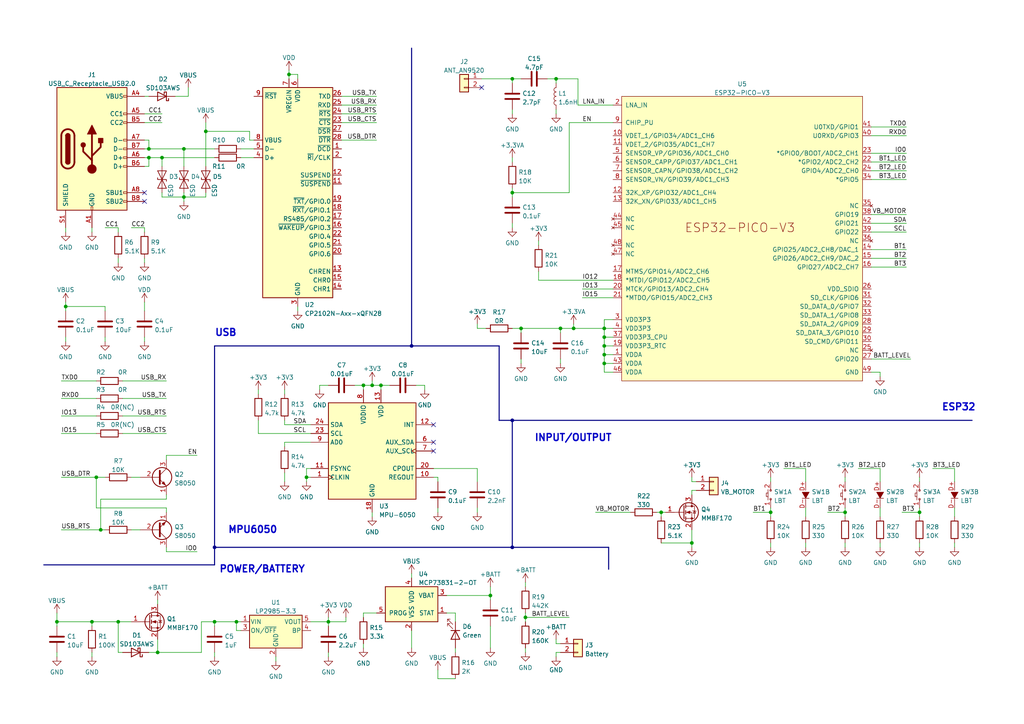
<source format=kicad_sch>
(kicad_sch (version 20211123) (generator eeschema)
  (paper "A4")
  (junction (at 142.24 172.72))
  (junction (at 152.4 179.07))
  (junction (at 191.77 148.59))
  (junction (at 151.13 95.25))
  (junction (at 88.9 138.43))
  (junction (at 175.26 100.33))
  (junction (at 162.56 95.25))
  (junction (at 245.11 148.59))
  (junction (at 45.72 189.23))
  (junction (at 26.67 180.34))
  (junction (at 105.41 111.76))
  (junction (at 46.99 45.72))
  (junction (at 175.26 97.79))
  (junction (at 43.18 45.72))
  (junction (at 62.23 180.34))
  (junction (at 95.25 180.34))
  (junction (at 16.51 180.34))
  (junction (at 148.59 121.92))
  (junction (at 175.26 95.25))
  (junction (at 175.26 102.87))
  (junction (at 53.34 43.18))
  (junction (at 175.26 105.41))
  (junction (at 68.58 180.34))
  (junction (at 148.59 22.86))
  (junction (at 59.69 38.1))
  (junction (at 161.29 22.86))
  (junction (at 166.37 95.25))
  (junction (at 83.82 21.59))
  (junction (at 110.49 111.76))
  (junction (at 107.95 111.76))
  (junction (at 148.59 55.88))
  (junction (at 27.94 138.43))
  (junction (at 34.29 180.34))
  (junction (at 119.38 100.33))
  (junction (at 29.21 153.67))
  (junction (at 43.18 43.18))
  (junction (at 200.66 157.48))
  (junction (at 53.34 57.15))
  (junction (at 266.7 148.59))
  (junction (at 19.05 88.9))
  (junction (at 223.52 148.59))
  (junction (at 62.23 158.75))
  (junction (at 148.59 158.75))
  (no_connect (at 41.91 55.88))
  (no_connect (at 139.7 25.4))
  (no_connect (at 125.73 123.19))
  (no_connect (at 125.73 128.27))
  (no_connect (at 125.73 130.81))
  (no_connect (at 41.91 58.42))
  (wire (pts (xy 45.72 189.23) (xy 45.72 185.42)))
  (wire (pts (xy 175.26 92.71) (xy 175.26 95.25)))
  (wire (pts (xy 161.29 31.75) (xy 161.29 33.02)))
  (wire (pts (xy 90.17 180.34) (xy 95.25 180.34)))
  (wire (pts (xy 53.34 57.15) (xy 53.34 58.42)))
  (wire (pts (xy 223.52 148.59) (xy 223.52 147.32)))
  (wire (pts (xy 223.52 138.43) (xy 223.52 139.7)))
  (wire (pts (xy 46.99 55.88) (xy 46.99 57.15)))
  (wire (pts (xy 162.56 95.25) (xy 166.37 95.25)))
  (wire (pts (xy 138.43 135.89) (xy 138.43 139.7)))
  (wire (pts (xy 26.67 180.34) (xy 34.29 180.34)))
  (bus (pts (xy 12.7 163.83) (xy 62.23 163.83)))
  (wire (pts (xy 123.19 111.76) (xy 123.19 113.03)))
  (wire (pts (xy 218.44 148.59) (xy 223.52 148.59)))
  (wire (pts (xy 48.26 147.32) (xy 27.94 147.32)))
  (wire (pts (xy 105.41 179.07) (xy 105.41 177.8)))
  (wire (pts (xy 82.55 128.27) (xy 90.17 128.27)))
  (wire (pts (xy 252.73 72.39) (xy 262.89 72.39)))
  (wire (pts (xy 276.86 157.48) (xy 276.86 158.75)))
  (wire (pts (xy 266.7 148.59) (xy 266.7 149.86)))
  (wire (pts (xy 48.26 144.78) (xy 29.21 144.78)))
  (wire (pts (xy 74.93 125.73) (xy 90.17 125.73)))
  (wire (pts (xy 59.69 35.56) (xy 59.69 38.1)))
  (wire (pts (xy 139.7 22.86) (xy 148.59 22.86)))
  (wire (pts (xy 26.67 189.23) (xy 26.67 190.5)))
  (wire (pts (xy 252.73 67.31) (xy 262.89 67.31)))
  (wire (pts (xy 245.11 148.59) (xy 245.11 149.86)))
  (wire (pts (xy 53.34 43.18) (xy 53.34 48.26)))
  (wire (pts (xy 54.61 25.4) (xy 54.61 27.94)))
  (wire (pts (xy 82.55 129.54) (xy 82.55 128.27)))
  (wire (pts (xy 191.77 148.59) (xy 193.04 148.59)))
  (bus (pts (xy 144.78 121.92) (xy 148.59 121.92)))
  (wire (pts (xy 120.65 111.76) (xy 123.19 111.76)))
  (wire (pts (xy 162.56 104.14) (xy 162.56 105.41)))
  (wire (pts (xy 95.25 180.34) (xy 95.25 181.61)))
  (wire (pts (xy 233.68 147.32) (xy 233.68 149.86)))
  (wire (pts (xy 252.73 64.77) (xy 262.89 64.77)))
  (wire (pts (xy 17.78 153.67) (xy 29.21 153.67)))
  (wire (pts (xy 107.95 110.49) (xy 107.95 111.76)))
  (wire (pts (xy 46.99 57.15) (xy 53.34 57.15)))
  (wire (pts (xy 99.06 27.94) (xy 109.22 27.94)))
  (wire (pts (xy 53.34 43.18) (xy 62.23 43.18)))
  (wire (pts (xy 148.59 54.61) (xy 148.59 55.88)))
  (wire (pts (xy 41.91 74.93) (xy 41.91 76.2)))
  (wire (pts (xy 72.39 38.1) (xy 59.69 38.1)))
  (wire (pts (xy 35.56 125.73) (xy 48.26 125.73)))
  (wire (pts (xy 19.05 66.04) (xy 19.05 67.31)))
  (wire (pts (xy 240.03 148.59) (xy 245.11 148.59)))
  (wire (pts (xy 148.59 95.25) (xy 151.13 95.25)))
  (wire (pts (xy 190.5 148.59) (xy 191.77 148.59)))
  (wire (pts (xy 53.34 55.88) (xy 53.34 57.15)))
  (wire (pts (xy 26.67 180.34) (xy 26.67 181.61)))
  (wire (pts (xy 119.38 182.88) (xy 119.38 187.96)))
  (wire (pts (xy 252.73 49.53) (xy 262.89 49.53)))
  (wire (pts (xy 152.4 168.91) (xy 152.4 170.18)))
  (wire (pts (xy 252.73 107.95) (xy 255.27 107.95)))
  (wire (pts (xy 19.05 88.9) (xy 30.48 88.9)))
  (wire (pts (xy 30.48 90.17) (xy 30.48 88.9)))
  (wire (pts (xy 45.72 173.99) (xy 45.72 175.26)))
  (wire (pts (xy 177.8 92.71) (xy 175.26 92.71)))
  (wire (pts (xy 16.51 189.23) (xy 16.51 190.5)))
  (wire (pts (xy 245.11 157.48) (xy 245.11 158.75)))
  (wire (pts (xy 266.7 157.48) (xy 266.7 158.75)))
  (wire (pts (xy 105.41 111.76) (xy 107.95 111.76)))
  (wire (pts (xy 82.55 123.19) (xy 90.17 123.19)))
  (wire (pts (xy 167.64 30.48) (xy 167.64 22.86)))
  (wire (pts (xy 16.51 181.61) (xy 16.51 180.34)))
  (wire (pts (xy 166.37 95.25) (xy 175.26 95.25)))
  (wire (pts (xy 19.05 97.79) (xy 19.05 99.06)))
  (wire (pts (xy 132.08 187.96) (xy 132.08 189.23)))
  (wire (pts (xy 105.41 111.76) (xy 105.41 113.03)))
  (wire (pts (xy 105.41 177.8) (xy 109.22 177.8)))
  (wire (pts (xy 30.48 97.79) (xy 30.48 99.06)))
  (wire (pts (xy 68.58 182.88) (xy 68.58 180.34)))
  (wire (pts (xy 158.75 22.86) (xy 161.29 22.86)))
  (wire (pts (xy 245.11 148.59) (xy 245.11 147.32)))
  (wire (pts (xy 35.56 189.23) (xy 34.29 189.23)))
  (wire (pts (xy 34.29 66.04) (xy 34.29 67.31)))
  (wire (pts (xy 107.95 148.59) (xy 107.95 149.86)))
  (wire (pts (xy 59.69 57.15) (xy 59.69 55.88)))
  (wire (pts (xy 175.26 97.79) (xy 177.8 97.79)))
  (wire (pts (xy 162.56 95.25) (xy 151.13 95.25)))
  (wire (pts (xy 29.21 144.78) (xy 29.21 153.67)))
  (wire (pts (xy 107.95 111.76) (xy 110.49 111.76)))
  (wire (pts (xy 100.33 179.07) (xy 100.33 180.34)))
  (wire (pts (xy 200.66 157.48) (xy 200.66 158.75)))
  (wire (pts (xy 43.18 45.72) (xy 46.99 45.72)))
  (bus (pts (xy 176.53 158.75) (xy 176.53 165.1)))
  (wire (pts (xy 148.59 64.77) (xy 148.59 66.04)))
  (wire (pts (xy 252.73 74.93) (xy 262.89 74.93)))
  (wire (pts (xy 142.24 173.99) (xy 142.24 172.72)))
  (wire (pts (xy 166.37 93.98) (xy 166.37 95.25)))
  (wire (pts (xy 167.64 30.48) (xy 177.8 30.48)))
  (wire (pts (xy 74.93 121.92) (xy 74.93 125.73)))
  (wire (pts (xy 41.91 43.18) (xy 43.18 43.18)))
  (wire (pts (xy 88.9 139.7) (xy 88.9 138.43)))
  (wire (pts (xy 119.38 166.37) (xy 119.38 167.64)))
  (wire (pts (xy 200.66 157.48) (xy 200.66 153.67)))
  (wire (pts (xy 127 196.85) (xy 132.08 196.85)))
  (wire (pts (xy 27.94 138.43) (xy 30.48 138.43)))
  (wire (pts (xy 35.56 110.49) (xy 48.26 110.49)))
  (wire (pts (xy 161.29 190.5) (xy 161.29 189.23)))
  (wire (pts (xy 41.91 35.56) (xy 46.99 35.56)))
  (wire (pts (xy 175.26 95.25) (xy 175.26 97.79)))
  (wire (pts (xy 74.93 113.03) (xy 74.93 114.3)))
  (wire (pts (xy 99.06 30.48) (xy 109.22 30.48)))
  (wire (pts (xy 95.25 189.23) (xy 95.25 190.5)))
  (wire (pts (xy 62.23 180.34) (xy 62.23 181.61)))
  (wire (pts (xy 142.24 181.61) (xy 142.24 187.96)))
  (wire (pts (xy 148.59 31.75) (xy 148.59 33.02)))
  (wire (pts (xy 266.7 148.59) (xy 266.7 147.32)))
  (wire (pts (xy 177.8 35.56) (xy 165.1 35.56)))
  (wire (pts (xy 54.61 27.94) (xy 50.8 27.94)))
  (wire (pts (xy 41.91 45.72) (xy 43.18 45.72)))
  (wire (pts (xy 138.43 147.32) (xy 138.43 148.59)))
  (wire (pts (xy 276.86 135.89) (xy 276.86 139.7)))
  (wire (pts (xy 252.73 52.07) (xy 262.89 52.07)))
  (wire (pts (xy 252.73 39.37) (xy 262.89 39.37)))
  (wire (pts (xy 156.21 69.85) (xy 156.21 71.12)))
  (wire (pts (xy 165.1 55.88) (xy 148.59 55.88)))
  (wire (pts (xy 276.86 147.32) (xy 276.86 149.86)))
  (wire (pts (xy 16.51 177.8) (xy 16.51 180.34)))
  (wire (pts (xy 162.56 96.52) (xy 162.56 95.25)))
  (wire (pts (xy 83.82 20.32) (xy 83.82 21.59)))
  (wire (pts (xy 152.4 177.8) (xy 152.4 179.07)))
  (wire (pts (xy 17.78 110.49) (xy 27.94 110.49)))
  (wire (pts (xy 57.15 132.08) (xy 48.26 132.08)))
  (wire (pts (xy 43.18 48.26) (xy 43.18 45.72)))
  (wire (pts (xy 175.26 100.33) (xy 177.8 100.33)))
  (wire (pts (xy 152.4 179.07) (xy 165.1 179.07)))
  (wire (pts (xy 34.29 180.34) (xy 38.1 180.34)))
  (wire (pts (xy 252.73 77.47) (xy 262.89 77.47)))
  (wire (pts (xy 46.99 45.72) (xy 46.99 48.26)))
  (wire (pts (xy 86.36 88.9) (xy 86.36 90.17)))
  (wire (pts (xy 99.06 40.64) (xy 109.22 40.64)))
  (wire (pts (xy 88.9 138.43) (xy 90.17 138.43)))
  (wire (pts (xy 17.78 138.43) (xy 27.94 138.43)))
  (wire (pts (xy 191.77 148.59) (xy 191.77 149.86)))
  (wire (pts (xy 38.1 153.67) (xy 40.64 153.67)))
  (wire (pts (xy 152.4 179.07) (xy 152.4 180.34)))
  (wire (pts (xy 45.72 189.23) (xy 58.42 189.23)))
  (wire (pts (xy 266.7 138.43) (xy 266.7 139.7)))
  (wire (pts (xy 129.54 172.72) (xy 142.24 172.72)))
  (wire (pts (xy 62.23 180.34) (xy 68.58 180.34)))
  (bus (pts (xy 62.23 100.33) (xy 119.38 100.33)))
  (wire (pts (xy 200.66 143.51) (xy 200.66 142.24)))
  (wire (pts (xy 43.18 40.64) (xy 43.18 43.18)))
  (wire (pts (xy 252.73 46.99) (xy 262.89 46.99)))
  (bus (pts (xy 62.23 158.75) (xy 148.59 158.75)))
  (wire (pts (xy 125.73 135.89) (xy 138.43 135.89)))
  (wire (pts (xy 255.27 147.32) (xy 255.27 149.86)))
  (bus (pts (xy 148.59 158.75) (xy 176.53 158.75)))
  (wire (pts (xy 165.1 35.56) (xy 165.1 55.88)))
  (wire (pts (xy 83.82 21.59) (xy 83.82 22.86)))
  (wire (pts (xy 156.21 81.28) (xy 156.21 78.74)))
  (wire (pts (xy 17.78 120.65) (xy 27.94 120.65)))
  (wire (pts (xy 255.27 157.48) (xy 255.27 158.75)))
  (wire (pts (xy 35.56 120.65) (xy 48.26 120.65)))
  (wire (pts (xy 252.73 36.83) (xy 262.89 36.83)))
  (wire (pts (xy 168.91 83.82) (xy 177.8 83.82)))
  (wire (pts (xy 175.26 105.41) (xy 175.26 107.95)))
  (wire (pts (xy 110.49 111.76) (xy 110.49 113.03)))
  (wire (pts (xy 152.4 187.96) (xy 152.4 189.23)))
  (wire (pts (xy 17.78 115.57) (xy 27.94 115.57)))
  (wire (pts (xy 69.85 182.88) (xy 68.58 182.88)))
  (wire (pts (xy 99.06 33.02) (xy 109.22 33.02)))
  (wire (pts (xy 88.9 135.89) (xy 90.17 135.89)))
  (wire (pts (xy 151.13 95.25) (xy 151.13 96.52)))
  (wire (pts (xy 100.33 180.34) (xy 95.25 180.34)))
  (wire (pts (xy 43.18 189.23) (xy 45.72 189.23)))
  (wire (pts (xy 95.25 179.07) (xy 95.25 180.34)))
  (wire (pts (xy 175.26 102.87) (xy 175.26 105.41)))
  (wire (pts (xy 161.29 185.42) (xy 161.29 186.69)))
  (wire (pts (xy 53.34 57.15) (xy 59.69 57.15)))
  (bus (pts (xy 119.38 100.33) (xy 144.78 100.33)))
  (wire (pts (xy 73.66 40.64) (xy 72.39 40.64)))
  (wire (pts (xy 92.71 111.76) (xy 95.25 111.76)))
  (wire (pts (xy 270.51 135.89) (xy 276.86 135.89)))
  (wire (pts (xy 252.73 62.23) (xy 262.89 62.23)))
  (wire (pts (xy 132.08 177.8) (xy 132.08 180.34)))
  (wire (pts (xy 255.27 135.89) (xy 255.27 139.7)))
  (wire (pts (xy 86.36 21.59) (xy 83.82 21.59)))
  (bus (pts (xy 62.23 158.75) (xy 62.23 100.33)))
  (wire (pts (xy 19.05 87.63) (xy 19.05 88.9)))
  (wire (pts (xy 72.39 40.64) (xy 72.39 38.1)))
  (wire (pts (xy 142.24 170.18) (xy 142.24 172.72)))
  (wire (pts (xy 127 147.32) (xy 127 148.59)))
  (wire (pts (xy 175.26 105.41) (xy 177.8 105.41)))
  (wire (pts (xy 17.78 125.73) (xy 27.94 125.73)))
  (wire (pts (xy 57.15 160.02) (xy 48.26 160.02)))
  (wire (pts (xy 233.68 157.48) (xy 233.68 158.75)))
  (wire (pts (xy 41.91 33.02) (xy 46.99 33.02)))
  (wire (pts (xy 161.29 186.69) (xy 162.56 186.69)))
  (wire (pts (xy 41.91 40.64) (xy 43.18 40.64)))
  (wire (pts (xy 38.1 138.43) (xy 40.64 138.43)))
  (wire (pts (xy 175.26 100.33) (xy 175.26 102.87)))
  (wire (pts (xy 88.9 138.43) (xy 88.9 135.89)))
  (wire (pts (xy 29.21 153.67) (xy 30.48 153.67)))
  (wire (pts (xy 148.59 55.88) (xy 148.59 57.15)))
  (wire (pts (xy 82.55 137.16) (xy 82.55 139.7)))
  (wire (pts (xy 48.26 132.08) (xy 48.26 133.35)))
  (wire (pts (xy 167.64 22.86) (xy 161.29 22.86)))
  (wire (pts (xy 26.67 66.04) (xy 26.67 67.31)))
  (wire (pts (xy 177.8 81.28) (xy 156.21 81.28)))
  (wire (pts (xy 191.77 157.48) (xy 200.66 157.48)))
  (wire (pts (xy 80.01 190.5) (xy 80.01 191.77)))
  (wire (pts (xy 68.58 180.34) (xy 69.85 180.34)))
  (wire (pts (xy 252.73 104.14) (xy 264.16 104.14)))
  (bus (pts (xy 148.59 121.92) (xy 281.94 121.92)))
  (wire (pts (xy 175.26 97.79) (xy 175.26 100.33)))
  (wire (pts (xy 200.66 139.7) (xy 201.93 139.7)))
  (wire (pts (xy 59.69 38.1) (xy 59.69 48.26)))
  (wire (pts (xy 200.66 138.43) (xy 200.66 139.7)))
  (wire (pts (xy 82.55 113.03) (xy 82.55 114.3)))
  (wire (pts (xy 125.73 138.43) (xy 127 138.43)))
  (wire (pts (xy 34.29 74.93) (xy 34.29 76.2)))
  (wire (pts (xy 19.05 88.9) (xy 19.05 90.17)))
  (wire (pts (xy 138.43 95.25) (xy 140.97 95.25)))
  (wire (pts (xy 34.29 189.23) (xy 34.29 180.34)))
  (wire (pts (xy 168.91 86.36) (xy 177.8 86.36)))
  (bus (pts (xy 148.59 121.92) (xy 148.59 158.75)))
  (wire (pts (xy 69.85 45.72) (xy 73.66 45.72)))
  (bus (pts (xy 62.23 163.83) (xy 62.23 158.75)))
  (wire (pts (xy 151.13 104.14) (xy 151.13 105.41)))
  (wire (pts (xy 245.11 138.43) (xy 245.11 139.7)))
  (wire (pts (xy 48.26 160.02) (xy 48.26 158.75)))
  (wire (pts (xy 200.66 142.24) (xy 201.93 142.24)))
  (wire (pts (xy 41.91 97.79) (xy 41.91 99.06)))
  (wire (pts (xy 248.92 135.89) (xy 255.27 135.89)))
  (wire (pts (xy 86.36 22.86) (xy 86.36 21.59)))
  (wire (pts (xy 30.48 66.04) (xy 34.29 66.04)))
  (wire (pts (xy 175.26 95.25) (xy 177.8 95.25)))
  (wire (pts (xy 223.52 148.59) (xy 223.52 149.86)))
  (wire (pts (xy 261.62 148.59) (xy 266.7 148.59)))
  (wire (pts (xy 43.18 43.18) (xy 53.34 43.18)))
  (wire (pts (xy 16.51 180.34) (xy 26.67 180.34)))
  (wire (pts (xy 62.23 189.23) (xy 62.23 190.5)))
  (wire (pts (xy 92.71 113.03) (xy 92.71 111.76)))
  (wire (pts (xy 38.1 66.04) (xy 41.91 66.04)))
  (wire (pts (xy 58.42 180.34) (xy 62.23 180.34)))
  (wire (pts (xy 41.91 87.63) (xy 41.91 90.17)))
  (wire (pts (xy 110.49 111.76) (xy 113.03 111.76)))
  (bus (pts (xy 144.78 100.33) (xy 144.78 121.92)))
  (wire (pts (xy 175.26 102.87) (xy 177.8 102.87)))
  (wire (pts (xy 161.29 189.23) (xy 162.56 189.23)))
  (wire (pts (xy 41.91 48.26) (xy 43.18 48.26)))
  (wire (pts (xy 138.43 93.98) (xy 138.43 95.25)))
  (wire (pts (xy 127 138.43) (xy 127 139.7)))
  (wire (pts (xy 223.52 157.48) (xy 223.52 158.75)))
  (wire (pts (xy 227.33 135.89) (xy 233.68 135.89)))
  (wire (pts (xy 27.94 147.32) (xy 27.94 138.43)))
  (wire (pts (xy 161.29 22.86) (xy 161.29 24.13)))
  (wire (pts (xy 148.59 24.13) (xy 148.59 22.86)))
  (wire (pts (xy 172.72 148.59) (xy 182.88 148.59)))
  (wire (pts (xy 46.99 45.72) (xy 62.23 45.72)))
  (wire (pts (xy 127 194.31) (xy 127 196.85)))
  (wire (pts (xy 148.59 22.86) (xy 151.13 22.86)))
  (wire (pts (xy 48.26 148.59) (xy 48.26 147.32)))
  (wire (pts (xy 99.06 35.56) (xy 109.22 35.56)))
  (wire (pts (xy 58.42 189.23) (xy 58.42 180.34)))
  (wire (pts (xy 41.91 66.04) (xy 41.91 67.31)))
  (wire (pts (xy 175.26 107.95) (xy 177.8 107.95)))
  (wire (pts (xy 233.68 135.89) (xy 233.68 139.7)))
  (wire (pts (xy 48.26 143.51) (xy 48.26 144.78)))
  (wire (pts (xy 255.27 107.95) (xy 255.27 109.22)))
  (wire (pts (xy 82.55 121.92) (xy 82.55 123.19)))
  (wire (pts (xy 252.73 44.45) (xy 262.89 44.45)))
  (wire (pts (xy 129.54 177.8) (xy 132.08 177.8)))
  (wire (pts (xy 69.85 43.18) (xy 73.66 43.18)))
  (wire (pts (xy 102.87 111.76) (xy 105.41 111.76)))
  (bus (pts (xy 119.38 13.97) (xy 119.38 100.33)))
  (wire (pts (xy 148.59 45.72) (xy 148.59 46.99)))
  (wire (pts (xy 105.41 186.69) (xy 105.41 187.96)))
  (wire (pts (xy 35.56 115.57) (xy 48.26 115.57)))
  (wire (pts (xy 41.91 27.94) (xy 43.18 27.94)))
  (text "USB\n" (at 62.23 97.79 0) (effects (font (size 2 2) (thickness 0.4) bold) (justify left bottom)))
  (text "POWER/BATTERY\n" (at 63.5 166.37 0) (effects (font (size 2 2) (thickness 0.4) bold) (justify left bottom)))
  (text "INPUT/OUTPUT\n" (at 154.94 128.27 0) (effects (font (size 2 2) (thickness 0.4) bold) (justify left bottom)))
  (text "ESP32" (at 273.05 119.38 0) (effects (font (size 2 2) (thickness 0.4) bold) (justify left bottom)))
  (text "MPU6050\n" (at 66.04 154.94 0) (effects (font (size 2 2) (thickness 0.4) bold) (justify left bottom)))
  (label "BT2_LED" (at 262.89 49.53 180))
  (label "BT1" (at 218.44 148.59 0))
  (label "BT2" (at 262.89 74.93 180))
  (label "USB_RTS" (at 109.22 33.02 180))
  (label "RXD0" (at 262.89 39.37 180))
  (label "IO0" (at 262.89 44.45 180))
  (label "VB_MOTOR" (at 262.89 62.23 180))
  (label "BT2" (at 240.03 148.59 0))
  (label "LNA_IN" (at 168.91 30.48 0))
  (label "EN" (at 57.15 132.08 180))
  (label "BATT_LEVEL" (at 264.16 104.14 180))
  (label "TXD0" (at 262.89 36.83 180))
  (label "BT1" (at 262.89 72.39 180))
  (label "BT3" (at 261.62 148.59 0))
  (label "IO12" (at 168.91 81.28 0))
  (label "USB_CTS" (at 48.26 125.73 180))
  (label "IO13" (at 17.78 120.65 0))
  (label "IO15" (at 17.78 125.73 0))
  (label "IO15" (at 168.91 86.36 0))
  (label "USB_DTR" (at 109.22 40.64 180))
  (label "USB_TX" (at 48.26 115.57 180))
  (label "SCL" (at 85.09 125.73 0))
  (label "USB_CTS" (at 109.22 35.56 180))
  (label "BT3_LED" (at 270.51 135.89 0))
  (label "BT1_LED" (at 227.33 135.89 0))
  (label "SCL" (at 262.89 67.31 180))
  (label "TXD0" (at 17.78 110.49 0))
  (label "USB_RTS" (at 17.78 153.67 0))
  (label "VB_MOTOR" (at 172.72 148.59 0))
  (label "IO13" (at 168.91 83.82 0))
  (label "SDA" (at 262.89 64.77 180))
  (label "BT1_LED" (at 262.89 46.99 180))
  (label "BT3_LED" (at 262.89 52.07 180))
  (label "CC2" (at 46.99 35.56 180))
  (label "BT2_LED" (at 248.92 135.89 0))
  (label "CC2" (at 38.1 66.04 0))
  (label "USB_RX" (at 48.26 110.49 180))
  (label "BATT_LEVEL" (at 165.1 179.07 180))
  (label "USB_DTR" (at 17.78 138.43 0))
  (label "RXD0" (at 17.78 115.57 0))
  (label "IO0" (at 57.15 160.02 180))
  (label "CC1" (at 30.48 66.04 0))
  (label "EN" (at 168.91 35.56 0))
  (label "USB_RX" (at 109.22 30.48 180))
  (label "USB_RTS" (at 48.26 120.65 180))
  (label "SDA" (at 85.09 123.19 0))
  (label "USB_TX" (at 109.22 27.94 180))
  (label "CC1" (at 46.99 33.02 180))
  (label "BT3" (at 262.89 77.47 180))
  (symbol (lib_id "power:GND") (at 223.52 158.75 0) (unit 1)
    (property "Reference" "#PWR057" (effects hide))
    (property "Value" "GND" (at 223.52 163.1934 0))
  )
  (symbol (lib_id "power:GND") (at 88.9 139.7 0) (unit 1)
    (property "Reference" "#PWR024" (effects hide))
    (property "Value" "GND" (at 88.9 144.1434 0))
  )
  (symbol (lib_id "Device:R") (at 132.08 193.04 0) (unit 1)
    (property "Reference" "R16" (at 133.858 192.2053 0) (effects (justify left)))
    (property "Value" "2K" (at 133.858 194.7422 0) (effects (justify left)))
    (property "Footprint" "Resistor_SMD:R_0603_1608Metric" (effects hide))
  )
  (symbol (lib_id "Device:R") (at 152.4 173.99 0) (unit 1)
    (property "Reference" "R19" (at 154.178 173.1553 0) (effects (justify left)))
    (property "Value" "442K" (at 154.178 175.6922 0) (effects (justify left)))
    (property "Footprint" "Resistor_SMD:R_0603_1608Metric" (effects hide))
  )
  (symbol (lib_id "My_Library_v6:LED_PUSH_BT") (at 276.86 143.51 270) (unit 2)
    (property "Reference" "SW3" (at 278.5872 142.6753 90) (effects (justify left)))
    (property "Value" "LBT" (at 278.5872 145.2122 90) (effects (justify left)))
    (property "Footprint" "MyFootprints_V6:LED_Push_Button" (effects hide))
  )
  (symbol (lib_id "power:VBUS") (at 127 194.31 0) (unit 1)
    (property "Reference" "#PWR036" (effects hide))
    (property "Value" "VBUS" (at 127 190.7342 0))
  )
  (symbol (lib_id "Device:D_Schottky") (at 39.37 189.23 180) (unit 1)
    (property "Reference" "D1" (at 39.6875 184.2602 0))
    (property "Value" "SD103AWS" (at 39.6875 186.7971 0))
    (property "Footprint" "Diode_SMD:D_SOD-323" (effects hide))
  )
  (symbol (lib_id "power:GND") (at 95.25 190.5 0) (unit 1)
    (property "Reference" "#PWR027" (effects hide))
    (property "Value" "GND" (at 95.25 194.9434 0))
  )
  (symbol (lib_id "Device:C") (at 142.24 177.8 0) (unit 1)
    (property "Reference" "C11" (at 145.161 176.9653 0) (effects (justify left)))
    (property "Value" "10uF" (at 145.161 179.5022 0) (effects (justify left)))
    (property "Footprint" "Capacitor_SMD:C_1206_3216Metric" (effects hide))
  )
  (symbol (lib_id "power:GND") (at 123.19 113.03 0) (unit 1)
    (property "Reference" "#PWR034" (effects hide))
    (property "Value" "GND" (at 123.19 117.4734 0))
  )
  (symbol (lib_id "Connector_Generic:Conn_01x02") (at 207.01 139.7 0) (unit 1)
    (property "Reference" "J4" (at 209.042 140.1353 0) (effects (justify left)))
    (property "Value" "VB_MOTOR" (at 209.042 142.6722 0) (effects (justify left)))
    (property "Footprint" "Connector_Molex:Molex_CLIK-Mate_502386-0270_1x02-1MP_P1.25mm_Horizontal" (effects hide))
  )
  (symbol (lib_id "Device:R") (at 152.4 184.15 0) (unit 1)
    (property "Reference" "R20" (at 154.178 183.3153 0) (effects (justify left)))
    (property "Value" "160K" (at 154.178 185.8522 0) (effects (justify left)))
    (property "Footprint" "Resistor_SMD:R_0603_1608Metric" (effects hide))
  )
  (symbol (lib_id "power:+BATT") (at 152.4 168.91 0) (unit 1)
    (property "Reference" "#PWR046" (effects hide))
    (property "Value" "+BATT" (at 152.4 165.3342 0))
  )
  (symbol (lib_id "Device:C") (at 162.56 100.33 0) (unit 1)
    (property "Reference" "C16" (at 165.481 99.4953 0) (effects (justify left)))
    (property "Value" "0.1uF" (at 165.481 102.0322 0) (effects (justify left)))
    (property "Footprint" "Capacitor_SMD:C_0603_1608Metric" (effects hide))
  )
  (symbol (lib_id "Device:R") (at 31.75 115.57 90) (unit 1)
    (property "Reference" "R3" (at 29.21 113.03 90))
    (property "Value" "0R" (at 35.56 113.03 90))
    (property "Footprint" "Resistor_SMD:R_0603_1608Metric" (effects hide))
  )
  (symbol (lib_id "power:GND") (at 148.59 33.02 0) (unit 1)
    (property "Reference" "#PWR042" (effects hide))
    (property "Value" "GND" (at 148.59 37.4634 0))
  )
  (symbol (lib_id "power:GND") (at 16.51 190.5 0) (unit 1)
    (property "Reference" "#PWR02" (effects hide))
    (property "Value" "GND" (at 16.51 194.9434 0))
  )
  (symbol (lib_id "power:GND") (at 26.67 67.31 0) (unit 1)
    (property "Reference" "#PWR06" (effects hide))
    (property "Value" "GND" (at 26.67 71.7534 0))
  )
  (symbol (lib_id "power:GND") (at 200.66 158.75 0) (unit 1)
    (property "Reference" "#PWR055" (effects hide))
    (property "Value" "GND" (at 200.66 163.1934 0))
  )
  (symbol (lib_id "power:GND") (at 233.68 158.75 0) (unit 1)
    (property "Reference" "#PWR058" (effects hide))
    (property "Value" "GND" (at 233.68 163.1934 0))
  )
  (symbol (lib_id "power:VDD") (at 83.82 20.32 0) (unit 1)
    (property "Reference" "#PWR022" (effects hide))
    (property "Value" "VDD" (at 83.82 16.7442 0))
  )
  (symbol (lib_id "Device:C") (at 148.59 27.94 0) (unit 1)
    (property "Reference" "C12" (at 151.511 27.1053 0) (effects (justify left)))
    (property "Value" "2.7pF" (at 151.511 29.6422 0) (effects (justify left)))
    (property "Footprint" "Capacitor_SMD:C_0603_1608Metric" (effects hide))
  )
  (symbol (lib_id "power:GND") (at 119.38 187.96 0) (unit 1)
    (property "Reference" "#PWR033" (effects hide))
    (property "Value" "GND" (at 119.38 192.4034 0))
  )
  (symbol (lib_id "power:+3V3") (at 266.7 138.43 0) (unit 1)
    (property "Reference" "#PWR063" (effects hide))
    (property "Value" "+3V3" (at 266.7 134.8542 0))
  )
  (symbol (lib_id "Device:R") (at 34.29 153.67 90) (unit 1)
    (property "Reference" "R8" (at 34.29 148.9542 90))
    (property "Value" "10K" (at 34.29 151.4911 90))
    (property "Footprint" "Resistor_SMD:R_0603_1608Metric" (effects hide))
  )
  (symbol (lib_id "power:GND") (at 30.48 99.06 0) (unit 1)
    (property "Reference" "#PWR08" (effects hide))
    (property "Value" "GND" (at 30.48 103.5034 0))
  )
  (symbol (lib_id "Device:C") (at 151.13 100.33 0) (unit 1)
    (property "Reference" "C14" (at 154.051 99.4953 0) (effects (justify left)))
    (property "Value" "10uF" (at 154.051 102.0322 0) (effects (justify left)))
    (property "Footprint" "Capacitor_SMD:C_1206_3216Metric" (effects hide))
  )
  (symbol (lib_id "power:+BATT") (at 161.29 185.42 0) (unit 1)
    (property "Reference" "#PWR050" (effects hide))
    (property "Value" "+BATT" (at 161.29 181.8442 0))
  )
  (symbol (lib_id "Transistor_FET:MMBF170") (at 43.18 180.34 0) (unit 1)
    (property "Reference" "Q1" (at 48.387 179.5053 0) (effects (justify left)))
    (property "Value" "MMBF170" (at 48.387 182.0422 0) (effects (justify left)))
    (property "Footprint" "Package_TO_SOT_SMD:SOT-23" (effects hide))
    (property "Datasheet" "https://www.diodes.com/assets/Datasheets/ds30104.pdf" (effects hide))
  )
  (symbol (lib_id "Device:R") (at 31.75 110.49 90) (unit 1)
    (property "Reference" "R2" (at 29.21 107.95 90))
    (property "Value" "0R" (at 35.56 107.95 90))
    (property "Footprint" "Resistor_SMD:R_0603_1608Metric" (effects hide))
  )
  (symbol (lib_id "power:+3V3") (at 200.66 138.43 0) (unit 1)
    (property "Reference" "#PWR054" (effects hide))
    (property "Value" "+3V3" (at 200.66 134.8542 0))
  )
  (symbol (lib_id "Device:L") (at 161.29 27.94 180) (unit 1)
    (property "Reference" "L1" (at 161.925 27.1053 0) (effects (justify right)))
    (property "Value" "1.6nH" (at 161.925 29.6422 0) (effects (justify right)))
    (property "Footprint" "Inductor_SMD:L_0603_1608Metric" (effects hide))
  )
  (symbol (lib_id "Transistor_BJT:S8050") (at 45.72 138.43 0) (unit 1)
    (property "Reference" "Q2" (at 50.5714 137.5953 0) (effects (justify left)))
    (property "Value" "S8050" (at 50.5714 140.1322 0) (effects (justify left)))
    (property "Footprint" "Package_TO_SOT_SMD:SOT-23" (effects hide))
    (property "Datasheet" "http://www.unisonic.com.tw/datasheet/S8050.pdf" (effects hide))
  )
  (symbol (lib_id "power:GND") (at 86.36 90.17 0) (unit 1)
    (property "Reference" "#PWR023" (effects hide))
    (property "Value" "GND" (at 86.36 94.6134 0))
  )
  (symbol (lib_id "Device:C") (at 154.94 22.86 90) (unit 1)
    (property "Reference" "C15" (at 154.94 17.0012 90))
    (property "Value" "4.7pF" (at 154.94 19.5381 90))
    (property "Footprint" "Capacitor_SMD:C_0603_1608Metric" (effects hide))
  )
  (symbol (lib_id "Diode:ESD9B3.3ST5G") (at 53.34 52.07 90) (unit 1)
    (property "Reference" "D4" (at 55.3466 51.2353 90) (effects (justify right)))
    (property "Value" "ESD" (at 55.88 53.34 0) (effects (justify right)))
    (property "Footprint" "Diode_SMD:D_0603_1608Metric" (effects hide))
    (property "Datasheet" "https://www.onsemi.com/pub/Collateral/ESD9B-D.PDF" (effects hide))
  )
  (symbol (lib_id "power:+3V3") (at 95.25 179.07 0) (unit 1)
    (property "Reference" "#PWR026" (effects hide))
    (property "Value" "+3V3" (at 95.25 175.4942 0))
  )
  (symbol (lib_id "power:GND") (at 162.56 105.41 0) (unit 1)
    (property "Reference" "#PWR052" (effects hide))
    (property "Value" "GND" (at 162.56 109.8534 0))
  )
  (symbol (lib_id "Device:R") (at 66.04 45.72 90) (mirror x) (unit 1)
    (property "Reference" "R11" (at 63.5 48.26 90))
    (property "Value" "0R" (at 69.85 48.26 90))
    (property "Footprint" "Resistor_SMD:R_0603_1608Metric" (effects hide))
  )
  (symbol (lib_id "power:GND") (at 255.27 158.75 0) (unit 1)
    (property "Reference" "#PWR062" (effects hide))
    (property "Value" "GND" (at 255.27 163.1934 0))
  )
  (symbol (lib_id "power:GND") (at 34.29 76.2 0) (unit 1)
    (property "Reference" "#PWR09" (effects hide))
    (property "Value" "GND" (at 34.29 80.6434 0))
  )
  (symbol (lib_id "power:GND") (at 127 148.59 0) (unit 1)
    (property "Reference" "#PWR035" (effects hide))
    (property "Value" "GND" (at 127 153.0334 0))
  )
  (symbol (lib_id "power:GND") (at 53.34 58.42 0) (unit 1)
    (property "Reference" "#PWR014" (effects hide))
    (property "Value" "GND" (at 53.34 62.8634 0))
  )
  (symbol (lib_id "Battery_Management:MCP73831-2-OT") (at 119.38 175.26 0) (unit 1)
    (property "Reference" "U4" (at 121.3994 166.4802 0) (effects (justify left)))
    (property "Value" "MCP73831-2-OT" (at 121.3994 169.0171 0) (effects (justify left)))
    (property "Footprint" "Package_TO_SOT_SMD:SOT-23-5" (effects hide))
    (property "Datasheet" "http://ww1.microchip.com/downloads/en/DeviceDoc/20001984g.pdf" (effects hide))
  )
  (symbol (lib_id "Device:R") (at 148.59 50.8 0) (unit 1)
    (property "Reference" "R18" (at 150.368 49.9653 0) (effects (justify left)))
    (property "Value" "10K" (at 150.368 52.5022 0) (effects (justify left)))
    (property "Footprint" "Resistor_SMD:R_0603_1608Metric" (effects hide))
  )
  (symbol (lib_id "Device:R") (at 31.75 120.65 90) (unit 1)
    (property "Reference" "R4" (at 29.21 118.11 90))
    (property "Value" "0R(NC)" (at 35.56 118.11 90))
    (property "Footprint" "Resistor_SMD:R_0603_1608Metric" (effects hide))
  )
  (symbol (lib_id "power:GND") (at 138.43 148.59 0) (unit 1)
    (property "Reference" "#PWR038" (effects hide))
    (property "Value" "GND" (at 138.43 153.0334 0))
  )
  (symbol (lib_name "LED_PUSH_BT_1") (lib_id "My_Library_v6:LED_PUSH_BT") (at 223.52 143.51 90) (unit 1)
    (property "Reference" "SW1" (at 224.4852 142.6753 90) (effects (justify right)))
    (property "Value" "LBT" (at 224.4852 145.2122 90) (effects (justify right)))
    (property "Footprint" "MyFootprints_V6:LED_Push_Button" (effects hide))
  )
  (symbol (lib_id "Connector_Generic:Conn_01x02") (at 167.64 186.69 0) (unit 1)
    (property "Reference" "J3" (at 169.672 187.1253 0) (effects (justify left)))
    (property "Value" "Battery" (at 169.672 189.6622 0) (effects (justify left)))
    (property "Footprint" "Connector_Molex:Molex_CLIK-Mate_502386-0270_1x02-1MP_P1.25mm_Horizontal" (effects hide))
  )
  (symbol (lib_id "Device:R") (at 255.27 153.67 0) (unit 1)
    (property "Reference" "R27" (at 257.048 152.8353 0) (effects (justify left)))
    (property "Value" "330" (at 257.048 155.3722 0) (effects (justify left)))
    (property "Footprint" "Resistor_SMD:R_0603_1608Metric" (effects hide))
  )
  (symbol (lib_name "LED_PUSH_BT_1") (lib_id "My_Library_v6:LED_PUSH_BT") (at 245.11 143.51 90) (unit 1)
    (property "Reference" "SW2" (at 246.0752 142.6753 90) (effects (justify right)))
    (property "Value" "LBT" (at 246.0752 145.2122 90) (effects (justify right)))
    (property "Footprint" "MyFootprints_V6:LED_Push_Button" (effects hide))
  )
  (symbol (lib_id "power:+3V3") (at 107.95 110.49 0) (unit 1)
    (property "Reference" "#PWR030" (effects hide))
    (property "Value" "+3V3" (at 107.95 106.9142 0))
  )
  (symbol (lib_id "Diode:ESD9B3.3ST5G") (at 59.69 52.07 90) (unit 1)
    (property "Reference" "D5" (at 61.6966 51.2353 90) (effects (justify right)))
    (property "Value" "ESD" (at 62.23 53.34 0) (effects (justify right)))
    (property "Footprint" "Diode_SMD:D_0603_1608Metric" (effects hide))
    (property "Datasheet" "https://www.onsemi.com/pub/Collateral/ESD9B-D.PDF" (effects hide))
  )
  (symbol (lib_id "power:GND") (at 255.27 109.22 0) (unit 1)
    (property "Reference" "#PWR061" (effects hide))
    (property "Value" "GND" (at 255.27 113.6634 0))
  )
  (symbol (lib_id "Device:R") (at 191.77 153.67 0) (unit 1)
    (property "Reference" "R23" (at 193.548 152.8353 0) (effects (justify left)))
    (property "Value" "5.1K" (at 193.548 155.3722 0) (effects (justify left)))
    (property "Footprint" "Resistor_SMD:R_0603_1608Metric" (effects hide))
  )
  (symbol (lib_id "Device:C") (at 41.91 93.98 0) (unit 1)
    (property "Reference" "C4" (at 44.831 93.1453 0) (effects (justify left)))
    (property "Value" "0.1uF" (at 44.831 95.6822 0) (effects (justify left)))
    (property "Footprint" "Capacitor_SMD:C_0603_1608Metric" (effects hide))
  )
  (symbol (lib_id "power:GND") (at 19.05 67.31 0) (unit 1)
    (property "Reference" "#PWR03" (effects hide))
    (property "Value" "GND" (at 19.05 71.7534 0))
  )
  (symbol (lib_id "Device:R") (at 245.11 153.67 0) (unit 1)
    (property "Reference" "R26" (at 246.888 152.8353 0) (effects (justify left)))
    (property "Value" "10K" (at 246.888 155.3722 0) (effects (justify left)))
    (property "Footprint" "Resistor_SMD:R_0603_1608Metric" (effects hide))
  )
  (symbol (lib_id "power:+3.3VA") (at 148.59 45.72 0) (unit 1)
    (property "Reference" "#PWR043" (effects hide))
    (property "Value" "+3.3VA" (at 148.59 42.1442 0))
  )
  (symbol (lib_id "power:+3V3") (at 74.93 113.03 0) (unit 1)
    (property "Reference" "#PWR018" (effects hide))
    (property "Value" "+3V3" (at 74.93 109.4542 0))
  )
  (symbol (lib_id "Device:C") (at 138.43 143.51 0) (unit 1)
    (property "Reference" "C10" (at 141.351 142.6753 0) (effects (justify left)))
    (property "Value" "2.2nF" (at 141.351 145.2122 0) (effects (justify left)))
    (property "Footprint" "Capacitor_SMD:C_0603_1608Metric" (effects hide))
  )
  (symbol (lib_id "Sensor_Motion:MPU-6050") (at 107.95 130.81 0) (unit 1)
    (property "Reference" "U3" (at 109.9694 146.8104 0) (effects (justify left)))
    (property "Value" "MPU-6050" (at 109.9694 149.3473 0) (effects (justify left)))
    (property "Footprint" "Sensor_Motion:InvenSense_QFN-24_4x4mm_P0.5mm" (effects hide))
    (property "Datasheet" "https://store.invensense.com/datasheets/invensense/MPU-6050_DataSheet_V3%204.pdf" (effects hide))
  )
  (symbol (lib_id "Device:R") (at 156.21 74.93 0) (unit 1)
    (property "Reference" "R21" (at 157.988 74.0953 0) (effects (justify left)))
    (property "Value" "10K" (at 157.988 76.6322 0) (effects (justify left)))
    (property "Footprint" "Resistor_SMD:R_0603_1608Metric" (effects hide))
  )
  (symbol (lib_id "power:VBUS") (at 59.69 35.56 0) (unit 1)
    (property "Reference" "#PWR016" (effects hide))
    (property "Value" "VBUS" (at 59.69 31.9842 0))
  )
  (symbol (lib_id "Device:C") (at 30.48 93.98 0) (unit 1)
    (property "Reference" "C3" (at 33.401 93.1453 0) (effects (justify left)))
    (property "Value" "10uF" (at 33.401 95.6822 0) (effects (justify left)))
    (property "Footprint" "Capacitor_SMD:C_1206_3216Metric" (effects hide))
  )
  (symbol (lib_id "power:GND") (at 92.71 113.03 0) (unit 1)
    (property "Reference" "#PWR025" (effects hide))
    (property "Value" "GND" (at 92.71 117.4734 0))
  )
  (symbol (lib_id "power:GND") (at 41.91 99.06 0) (unit 1)
    (property "Reference" "#PWR012" (effects hide))
    (property "Value" "GND" (at 41.91 103.5034 0))
  )
  (symbol (lib_id "power:VBUS") (at 54.61 25.4 0) (unit 1)
    (property "Reference" "#PWR015" (effects hide))
    (property "Value" "VBUS" (at 54.61 21.8242 0))
  )
  (symbol (lib_id "power:GND") (at 62.23 190.5 0) (unit 1)
    (property "Reference" "#PWR017" (effects hide))
    (property "Value" "GND" (at 62.23 194.9434 0))
  )
  (symbol (lib_id "power:GND") (at 105.41 187.96 0) (unit 1)
    (property "Reference" "#PWR029" (effects hide))
    (property "Value" "GND" (at 105.41 192.4034 0))
  )
  (symbol (lib_id "Diode:ESD9B3.3ST5G") (at 46.99 52.07 90) (unit 1)
    (property "Reference" "D3" (at 48.9966 51.2353 90) (effects (justify right)))
    (property "Value" "ESD" (at 49.53 53.34 0) (effects (justify right)))
    (property "Footprint" "Diode_SMD:D_0603_1608Metric" (effects hide))
    (property "Datasheet" "https://www.onsemi.com/pub/Collateral/ESD9B-D.PDF" (effects hide))
  )
  (symbol (lib_name "LED_PUSH_BT_1") (lib_id "My_Library_v6:LED_PUSH_BT") (at 266.7 143.51 90) (unit 1)
    (property "Reference" "SW3" (at 267.6652 142.6753 90) (effects (justify right)))
    (property "Value" "LBT" (at 267.6652 145.2122 90) (effects (justify right)))
    (property "Footprint" "MyFootprints_V6:LED_Push_Button" (effects hide))
  )
  (symbol (lib_id "power:GND") (at 245.11 158.75 0) (unit 1)
    (property "Reference" "#PWR060" (effects hide))
    (property "Value" "GND" (at 245.11 163.1934 0))
  )
  (symbol (lib_id "power:GND") (at 26.67 190.5 0) (unit 1)
    (property "Reference" "#PWR07" (effects hide))
    (property "Value" "GND" (at 26.67 194.9434 0))
  )
  (symbol (lib_id "Device:R") (at 82.55 118.11 0) (unit 1)
    (property "Reference" "R13" (at 84.328 117.2753 0) (effects (justify left)))
    (property "Value" "4.7k" (at 84.328 119.8122 0) (effects (justify left)))
    (property "Footprint" "Resistor_SMD:R_0603_1608Metric" (effects hide))
  )
  (symbol (lib_id "power:GND") (at 276.86 158.75 0) (unit 1)
    (property "Reference" "#PWR065" (effects hide))
    (property "Value" "GND" (at 276.86 163.1934 0))
  )
  (symbol (lib_id "power:+3V3") (at 138.43 93.98 0) (unit 1)
    (property "Reference" "#PWR037" (effects hide))
    (property "Value" "+3V3" (at 138.43 90.4042 0))
  )
  (symbol (lib_id "Device:R") (at 233.68 153.67 0) (unit 1)
    (property "Reference" "R25" (at 235.458 152.8353 0) (effects (justify left)))
    (property "Value" "330" (at 235.458 155.3722 0) (effects (justify left)))
    (property "Footprint" "Resistor_SMD:R_0603_1608Metric" (effects hide))
  )
  (symbol (lib_id "power:GND") (at 19.05 99.06 0) (unit 1)
    (property "Reference" "#PWR05" (effects hide))
    (property "Value" "GND" (at 19.05 103.5034 0))
  )
  (symbol (lib_id "power:GND") (at 161.29 33.02 0) (unit 1)
    (property "Reference" "#PWR049" (effects hide))
    (property "Value" "GND" (at 161.29 37.4634 0))
  )
  (symbol (lib_id "Transistor_FET:MMBF170") (at 198.12 148.59 0) (unit 1)
    (property "Reference" "Q4" (at 203.327 147.7553 0) (effects (justify left)))
    (property "Value" "MMBF170" (at 203.327 150.2922 0) (effects (justify left)))
    (property "Footprint" "Package_TO_SOT_SMD:SOT-23" (effects hide))
    (property "Datasheet" "https://www.diodes.com/assets/Datasheets/ds30104.pdf" (effects hide))
  )
  (symbol (lib_id "Device:C") (at 127 143.51 0) (unit 1)
    (property "Reference" "C9" (at 129.921 142.6753 0) (effects (justify left)))
    (property "Value" "0.1uF" (at 129.921 145.2122 0) (effects (justify left)))
    (property "Footprint" "Capacitor_SMD:C_0603_1608Metric" (effects hide))
  )
  (symbol (lib_id "Device:C") (at 62.23 185.42 0) (unit 1)
    (property "Reference" "C5" (at 65.151 184.5853 0) (effects (justify left)))
    (property "Value" "1uF" (at 65.151 187.1222 0) (effects (justify left)))
    (property "Footprint" "Capacitor_SMD:C_1206_3216Metric" (effects hide))
  )
  (symbol (lib_id "power:+3V3") (at 245.11 138.43 0) (unit 1)
    (property "Reference" "#PWR059" (effects hide))
    (property "Value" "+3V3" (at 245.11 134.8542 0))
  )
  (symbol (lib_id "Device:R") (at 223.52 153.67 0) (unit 1)
    (property "Reference" "R24" (at 225.298 152.8353 0) (effects (justify left)))
    (property "Value" "10K" (at 225.298 155.3722 0) (effects (justify left)))
    (property "Footprint" "Resistor_SMD:R_0603_1608Metric" (effects hide))
  )
  (symbol (lib_id "Device:R") (at 74.93 118.11 0) (unit 1)
    (property "Reference" "R12" (at 76.708 117.2753 0) (effects (justify left)))
    (property "Value" "4.7k" (at 76.708 119.8122 0) (effects (justify left)))
    (property "Footprint" "Resistor_SMD:R_0603_1608Metric" (effects hide))
  )
  (symbol (lib_id "power:+3V3") (at 223.52 138.43 0) (unit 1)
    (property "Reference" "#PWR056" (effects hide))
    (property "Value" "+3V3" (at 223.52 134.8542 0))
  )
  (symbol (lib_id "Device:C") (at 95.25 185.42 0) (unit 1)
    (property "Reference" "C6" (at 98.171 184.5853 0) (effects (justify left)))
    (property "Value" "2.2uF" (at 98.171 187.1222 0) (effects (justify left)))
    (property "Footprint" "Capacitor_SMD:C_1206_3216Metric" (effects hide))
  )
  (symbol (lib_id "Device:R") (at 26.67 185.42 0) (unit 1)
    (property "Reference" "R1" (at 28.448 184.5853 0) (effects (justify left)))
    (property "Value" "100K" (at 28.448 187.1222 0) (effects (justify left)))
    (property "Footprint" "Resistor_SMD:R_0603_1608Metric" (effects hide))
  )
  (symbol (lib_id "power:GND") (at 161.29 190.5 0) (unit 1)
    (property "Reference" "#PWR051" (effects hide))
    (property "Value" "GND" (at 161.29 194.31 0))
  )
  (symbol (lib_id "power:GND") (at 151.13 105.41 0) (unit 1)
    (property "Reference" "#PWR045" (effects hide))
    (property "Value" "GND" (at 151.13 109.8534 0))
  )
  (symbol (lib_id "power:VDD") (at 41.91 87.63 0) (unit 1)
    (property "Reference" "#PWR011" (effects hide))
    (property "Value" "VDD" (at 41.91 84.0542 0))
  )
  (symbol (lib_id "My_Library_v6:LED_PUSH_BT") (at 233.68 143.51 270) (unit 2)
    (property "Reference" "SW1" (at 235.4072 142.6753 90) (effects (justify left)))
    (property "Value" "LBT" (at 235.4072 145.2122 90) (effects (justify left)))
    (property "Footprint" "MyFootprints_V6:LED_Push_Button" (effects hide))
  )
  (symbol (lib_id "power:+3V3") (at 82.55 113.03 0) (unit 1)
    (property "Reference" "#PWR020" (effects hide))
    (property "Value" "+3V3" (at 82.55 109.4542 0))
  )
  (symbol (lib_id "power:GND") (at 148.59 66.04 0) (unit 1)
    (property "Reference" "#PWR044" (effects hide))
    (property "Value" "GND" (at 148.59 70.4834 0))
  )
  (symbol (lib_id "Connector_Generic:Conn_01x02") (at 134.62 22.86 0) (mirror y) (unit 1)
    (property "Reference" "J2" (at 134.62 17.8902 0))
    (property "Value" "ANT_AN9520" (at 134.62 20.4271 0))
    (property "Footprint" "MyFootprints_V6:AN9520_Rainsun" (effects hide))
  )
  (symbol (lib_id "power:VBUS") (at 16.51 177.8 0) (unit 1)
    (property "Reference" "#PWR01" (effects hide))
    (property "Value" "VBUS" (at 16.51 174.2242 0))
  )
  (symbol (lib_id "Device:C") (at 148.59 60.96 0) (unit 1)
    (property "Reference" "C13" (at 151.511 60.1253 0) (effects (justify left)))
    (property "Value" "0.1uF" (at 151.511 62.6622 0) (effects (justify left)))
    (property "Footprint" "Capacitor_SMD:C_0603_1608Metric" (effects hide))
  )
  (symbol (lib_id "Device:R") (at 34.29 138.43 90) (unit 1)
    (property "Reference" "R7" (at 34.29 133.7142 90))
    (property "Value" "10K" (at 34.29 136.2511 90))
    (property "Footprint" "Resistor_SMD:R_0603_1608Metric" (effects hide))
  )
  (symbol (lib_id "power:GND") (at 152.4 189.23 0) (unit 1)
    (property "Reference" "#PWR047" (effects hide))
    (property "Value" "GND" (at 152.4 193.6734 0))
  )
  (symbol (lib_id "Regulator_Linear:LP2985-3.3") (at 80.01 182.88 0) (unit 1)
    (property "Reference" "U1" (at 80.01 174.7352 0))
    (property "Value" "LP2985-3.3" (at 80.01 177.2721 0))
    (property "Footprint" "Package_TO_SOT_SMD:SOT-23-5" (effects hide))
    (property "Datasheet" "http://www.ti.com/lit/ds/symlink/lp2985.pdf" (effects hide))
  )
  (symbol (lib_id "power:GND") (at 82.55 139.7 0) (unit 1)
    (property "Reference" "#PWR021" (effects hide))
    (property "Value" "GND" (at 82.55 144.1434 0))
  )
  (symbol (lib_id "power:VDD") (at 100.33 179.07 0) (unit 1)
    (property "Reference" "#PWR028" (effects hide))
    (property "Value" "VDD" (at 100.33 175.4942 0))
  )
  (symbol (lib_id "Device:R") (at 66.04 43.18 90) (unit 1)
    (property "Reference" "R10" (at 63.5 40.64 90))
    (property "Value" "0R" (at 69.85 40.64 90))
    (property "Footprint" "Resistor_SMD:R_0603_1608Metric" (effects hide))
  )
  (symbol (lib_id "power:VBUS") (at 19.05 87.63 0) (unit 1)
    (property "Reference" "#PWR04" (effects hide))
    (property "Value" "VBUS" (at 19.05 84.0542 0))
  )
  (symbol (lib_id "Device:R") (at 276.86 153.67 0) (unit 1)
    (property "Reference" "R29" (at 278.638 152.8353 0) (effects (justify left)))
    (property "Value" "330" (at 278.638 155.3722 0) (effects (justify left)))
    (property "Footprint" "Resistor_SMD:R_0603_1608Metric" (effects hide))
  )
  (symbol (lib_id "Device:R") (at 34.29 71.12 0) (unit 1)
    (property "Reference" "R6" (at 36.068 70.2853 0) (effects (justify left)))
    (property "Value" "5.1K" (at 36.068 72.8222 0) (effects (justify left)))
    (property "Footprint" "Resistor_SMD:R_0603_1608Metric" (effects hide))
  )
  (symbol (lib_id "power:VBUS") (at 119.38 166.37 0) (unit 1)
    (property "Reference" "#PWR032" (effects hide))
    (property "Value" "VBUS" (at 119.38 162.7942 0))
  )
  (symbol (lib_id "power:+3.3VA") (at 166.37 93.98 0) (unit 1)
    (property "Reference" "#PWR053" (effects hide))
    (property "Value" "+3.3VA" (at 166.37 90.4042 0))
  )
  (symbol (lib_id "power:GND") (at 107.95 149.86 0) (unit 1)
    (property "Reference" "#PWR031" (effects hide))
    (property "Value" "GND" (at 107.95 154.3034 0))
  )
  (symbol (lib_id "Device:R") (at 144.78 95.25 90) (unit 1)
    (property "Reference" "R17" (at 144.78 90.5342 90))
    (property "Value" "0R" (at 144.78 93.0711 90))
    (property "Footprint" "Resistor_SMD:R_0603_1608Metric" (effects hide))
  )
  (symbol (lib_id "Device:R") (at 41.91 71.12 0) (unit 1)
    (property "Reference" "R9" (at 43.688 70.2853 0) (effects (justify left)))
    (property "Value" "5.1K" (at 43.688 72.8222 0) (effects (justify left)))
    (property "Footprint" "Resistor_SMD:R_0603_1608Metric" (effects hide))
  )
  (symbol (lib_id "power:+BATT") (at 142.24 170.18 0) (unit 1)
    (property "Reference" "#PWR040" (effects hide))
    (property "Value" "+BATT" (at 142.24 166.6042 0))
  )
  (symbol (lib_id "power:+BATT") (at 45.72 173.99 0) (unit 1)
    (property "Reference" "#PWR013" (effects hide))
    (property "Value" "+BATT" (at 45.72 170.4142 0))
  )
  (symbol (lib_id "Device:D_Schottky") (at 46.99 27.94 180) (unit 1)
    (property "Reference" "D2" (at 47.3075 22.9702 0))
    (property "Value" "SD103AWS" (at 47.3075 25.5071 0))
    (property "Footprint" "Diode_SMD:D_SOD-323" (effects hide))
  )
  (symbol (lib_id "power:GND") (at 266.7 158.75 0) (unit 1)
    (property "Reference" "#PWR064" (effects hide))
    (property "Value" "GND" (at 266.7 163.1934 0))
  )
  (symbol (lib_id "Device:R") (at 266.7 153.67 0) (unit 1)
    (property "Reference" "R28" (at 268.478 152.8353 0) (effects (justify left)))
    (property "Value" "10K" (at 268.478 155.3722 0) (effects (justify left)))
    (property "Footprint" "Resistor_SMD:R_0603_1608Metric" (effects hide))
  )
  (symbol (lib_id "power:GND") (at 142.24 187.96 0) (unit 1)
    (property "Reference" "#PWR041" (effects hide))
    (property "Value" "GND" (at 142.24 192.4034 0))
  )
  (symbol (lib_id "Device:C") (at 99.06 111.76 90) (unit 1)
    (property "Reference" "C7" (at 99.06 105.9012 90))
    (property "Value" "0.01uF" (at 99.06 108.4381 90))
    (property "Footprint" "Capacitor_SMD:C_0603_1608Metric" (effects hide))
  )
  (symbol (lib_id "Device:C") (at 16.51 185.42 0) (unit 1)
    (property "Reference" "C1" (at 19.431 184.5853 0) (effects (justify left)))
    (property "Value" "10uF" (at 19.431 187.1222 0) (effects (justify left)))
    (property "Footprint" "Capacitor_SMD:C_1206_3216Metric" (effects hide))
  )
  (symbol (lib_id "Interface_USB:CP2102N-Axx-xQFN28") (at 86.36 55.88 0) (unit 1)
    (property "Reference" "U2" (at 88.3794 88.3904 0) (effects (justify left)))
    (property "Value" "CP2102N-Axx-xQFN28" (at 88.3794 90.9273 0) (effects (justify left)))
    (property "Footprint" "Package_DFN_QFN:QFN-28-1EP_5x5mm_P0.5mm_EP3.35x3.35mm" (effects hide))
    (property "Datasheet" "https://www.silabs.com/documents/public/data-sheets/cp2102n-datasheet.pdf" (effects hide))
  )
  (symbol (lib_id "power:GND") (at 41.91 76.2 0) (unit 1)
    (property "Reference" "#PWR010" (effects hide))
    (property "Value" "GND" (at 41.91 80.6434 0))
  )
  (symbol (lib_id "Device:R") (at 31.75 125.73 90) (unit 1)
    (property "Reference" "R5" (at 29.21 123.19 90))
    (property "Value" "0R(NC)" (at 35.56 123.19 90))
    (property "Footprint" "Resistor_SMD:R_0603_1608Metric" (effects hide))
  )
  (symbol (lib_id "Device:LED") (at 132.08 184.15 270) (unit 1)
    (property "Reference" "D6" (at 134.112 181.7278 90) (effects (justify left)))
    (property "Value" "Green" (at 134.112 184.2647 90) (effects (justify left)))
    (property "Footprint" "LED_SMD:LED_0603_1608Metric" (effects hide))
  )
  (symbol (lib_id "Espressif:ESP32-PICO-V3") (at 214.63 69.85 0) (unit 1)
    (property "Reference" "U5" (at 215.265 24.3672 0))
    (property "Value" "ESP32-PICO-V3" (at 215.265 26.9041 0))
    (property "Footprint" "Package_DFN_QFN:QFN-48-1EP_7x7mm_P0.5mm_EP5.15x5.15mm" (effects hide))
    (property "Datasheet" "https://www.espressif.com/sites/default/files/documentation/esp32_datasheet_en.pdf" (effects hide))
  )
  (symbol (lib_id "Device:R") (at 82.55 133.35 0) (unit 1)
    (property "Reference" "R14" (at 84.328 132.5153 0) (effects (justify left)))
    (property "Value" "4.7k" (at 84.328 135.0522 0) (effects (justify left)))
    (property "Footprint" "Resistor_SMD:R_0603_1608Metric" (effects hide))
  )
  (symbol (lib_id "Device:C") (at 116.84 111.76 90) (unit 1)
    (property "Reference" "C8" (at 116.84 105.9012 90))
    (property "Value" "0.01uF" (at 116.84 108.4381 90))
    (property "Footprint" "Capacitor_SMD:C_0603_1608Metric" (effects hide))
  )
  (symbol (lib_id "My_Library_v6:LED_PUSH_BT") (at 255.27 143.51 270) (unit 2)
    (property "Reference" "SW2" (at 256.9972 142.6753 90) (effects (justify left)))
    (property "Value" "LBT" (at 256.9972 145.2122 90) (effects (justify left)))
    (property "Footprint" "MyFootprints_V6:LED_Push_Button" (effects hide))
  )
  (symbol (lib_id "power:GND") (at 80.01 191.77 0) (unit 1)
    (property "Reference" "#PWR019" (effects hide))
    (property "Value" "GND" (at 80.01 196.2134 0))
  )
  (symbol (lib_id "Connector:USB_C_Receptacle_USB2.0") (at 26.67 43.18 0) (unit 1)
    (property "Reference" "J1" (at 26.67 21.7002 0))
    (property "Value" "USB_C_Receptacle_USB2.0" (at 26.67 24.2371 0))
    (property "Footprint" "Connector_USB:USB_C_Receptacle_XKB_U262-16XN-4BVC11" (effects hide))
    (property "Datasheet" "https://www.usb.org/sites/default/files/documents/usb_type-c.zip" (effects hide))
  )
  (symbol (lib_id "Transistor_BJT:S8050") (at 45.72 153.67 0) (mirror x) (unit 1)
    (property "Reference" "Q3" (at 50.5714 152.8353 0) (effects (justify left)))
    (property "Value" "S8050" (at 50.5714 155.3722 0) (effects (justify left)))
    (property "Footprint" "Package_TO_SOT_SMD:SOT-23" (effects hide))
    (property "Datasheet" "http://www.unisonic.com.tw/datasheet/S8050.pdf" (effects hide))
  )
  (symbol (lib_id "Device:R") (at 105.41 182.88 0) (unit 1)
    (property "Reference" "R15" (at 107.188 182.0453 0) (effects (justify left)))
    (property "Value" "3.3k" (at 107.188 184.5822 0) (effects (justify left)))
    (property "Footprint" "Resistor_SMD:R_0603_1608Metric" (effects hide))
  )
  (symbol (lib_id "Device:R") (at 186.69 148.59 90) (unit 1)
    (property "Reference" "R22" (at 186.69 143.8742 90))
    (property "Value" "330" (at 186.69 146.4111 90))
    (property "Footprint" "Resistor_SMD:R_0603_1608Metric" (effects hide))
  )
  (symbol (lib_id "Device:C") (at 19.05 93.98 0) (unit 1)
    (property "Reference" "C2" (at 21.971 93.1453 0) (effects (justify left)))
    (property "Value" "0.1uF" (at 21.971 95.6822 0) (effects (justify left)))
    (property "Footprint" "Capacitor_SMD:C_0603_1608Metric" (effects hide))
  )
  (symbol (lib_id "power:+3V3") (at 156.21 69.85 0) (unit 1)
    (property "Reference" "#PWR048" (effects hide))
    (property "Value" "+3V3" (at 156.21 66.2742 0))
  )
)
</source>
